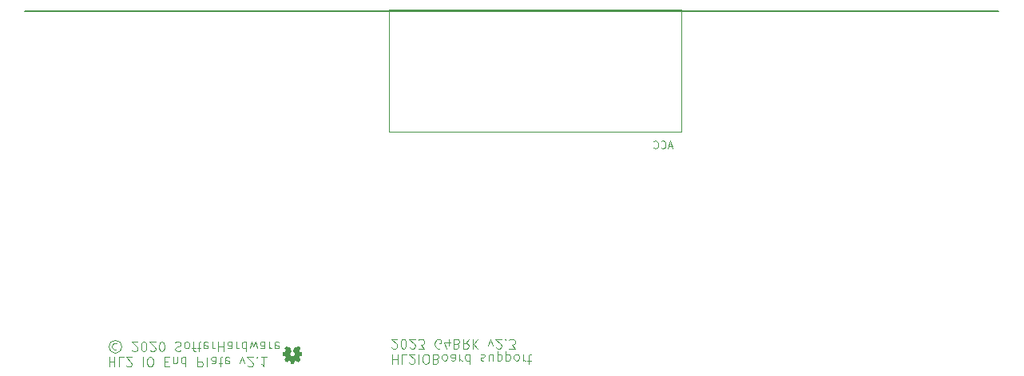
<source format=gbo>
G04 #@! TF.GenerationSoftware,KiCad,Pcbnew,6.0.2+dfsg-1*
G04 #@! TF.CreationDate,2023-08-11T11:48:17-04:00*
G04 #@! TF.ProjectId,HL2IO_endcap,484c3249-4f5f-4656-9e64-6361702e6b69,2.1*
G04 #@! TF.SameCoordinates,PX2faf080PY6422c40*
G04 #@! TF.FileFunction,Legend,Bot*
G04 #@! TF.FilePolarity,Positive*
%FSLAX46Y46*%
G04 Gerber Fmt 4.6, Leading zero omitted, Abs format (unit mm)*
G04 Created by KiCad (PCBNEW 6.0.2+dfsg-1) date 2023-08-11 11:48:17*
%MOMM*%
%LPD*%
G01*
G04 APERTURE LIST*
%ADD10C,0.150000*%
%ADD11C,0.120000*%
%ADD12C,0.100000*%
%ADD13C,0.002540*%
%ADD14C,4.900000*%
%ADD15C,9.500000*%
%ADD16C,7.000000*%
%ADD17C,1.000000*%
%ADD18C,3.050000*%
G04 APERTURE END LIST*
D10*
X1400000Y40000000D02*
X104600000Y40000000D01*
D11*
X40316095Y3647381D02*
X40316095Y2647381D01*
X40316095Y3123572D02*
X40887523Y3123572D01*
X40887523Y3647381D02*
X40887523Y2647381D01*
X41839904Y3647381D02*
X41363714Y3647381D01*
X41363714Y2647381D01*
X42125619Y2742620D02*
X42173238Y2695000D01*
X42268476Y2647381D01*
X42506571Y2647381D01*
X42601809Y2695000D01*
X42649428Y2742620D01*
X42697047Y2837858D01*
X42697047Y2933096D01*
X42649428Y3075953D01*
X42078000Y3647381D01*
X42697047Y3647381D01*
X43125619Y3647381D02*
X43125619Y2647381D01*
X43792285Y2647381D02*
X43982761Y2647381D01*
X44078000Y2695000D01*
X44173238Y2790239D01*
X44220857Y2980715D01*
X44220857Y3314048D01*
X44173238Y3504524D01*
X44078000Y3599762D01*
X43982761Y3647381D01*
X43792285Y3647381D01*
X43697047Y3599762D01*
X43601809Y3504524D01*
X43554190Y3314048D01*
X43554190Y2980715D01*
X43601809Y2790239D01*
X43697047Y2695000D01*
X43792285Y2647381D01*
X44982761Y3123572D02*
X45125619Y3171191D01*
X45173238Y3218810D01*
X45220857Y3314048D01*
X45220857Y3456905D01*
X45173238Y3552143D01*
X45125619Y3599762D01*
X45030380Y3647381D01*
X44649428Y3647381D01*
X44649428Y2647381D01*
X44982761Y2647381D01*
X45078000Y2695000D01*
X45125619Y2742620D01*
X45173238Y2837858D01*
X45173238Y2933096D01*
X45125619Y3028334D01*
X45078000Y3075953D01*
X44982761Y3123572D01*
X44649428Y3123572D01*
X45792285Y3647381D02*
X45697047Y3599762D01*
X45649428Y3552143D01*
X45601809Y3456905D01*
X45601809Y3171191D01*
X45649428Y3075953D01*
X45697047Y3028334D01*
X45792285Y2980715D01*
X45935142Y2980715D01*
X46030380Y3028334D01*
X46078000Y3075953D01*
X46125619Y3171191D01*
X46125619Y3456905D01*
X46078000Y3552143D01*
X46030380Y3599762D01*
X45935142Y3647381D01*
X45792285Y3647381D01*
X46982761Y3647381D02*
X46982761Y3123572D01*
X46935142Y3028334D01*
X46839904Y2980715D01*
X46649428Y2980715D01*
X46554190Y3028334D01*
X46982761Y3599762D02*
X46887523Y3647381D01*
X46649428Y3647381D01*
X46554190Y3599762D01*
X46506571Y3504524D01*
X46506571Y3409286D01*
X46554190Y3314048D01*
X46649428Y3266429D01*
X46887523Y3266429D01*
X46982761Y3218810D01*
X47458952Y3647381D02*
X47458952Y2980715D01*
X47458952Y3171191D02*
X47506571Y3075953D01*
X47554190Y3028334D01*
X47649428Y2980715D01*
X47744666Y2980715D01*
X48506571Y3647381D02*
X48506571Y2647381D01*
X48506571Y3599762D02*
X48411333Y3647381D01*
X48220857Y3647381D01*
X48125619Y3599762D01*
X48078000Y3552143D01*
X48030380Y3456905D01*
X48030380Y3171191D01*
X48078000Y3075953D01*
X48125619Y3028334D01*
X48220857Y2980715D01*
X48411333Y2980715D01*
X48506571Y3028334D01*
X49697047Y3599762D02*
X49792285Y3647381D01*
X49982761Y3647381D01*
X50078000Y3599762D01*
X50125619Y3504524D01*
X50125619Y3456905D01*
X50078000Y3361667D01*
X49982761Y3314048D01*
X49839904Y3314048D01*
X49744666Y3266429D01*
X49697047Y3171191D01*
X49697047Y3123572D01*
X49744666Y3028334D01*
X49839904Y2980715D01*
X49982761Y2980715D01*
X50078000Y3028334D01*
X50982761Y2980715D02*
X50982761Y3647381D01*
X50554190Y2980715D02*
X50554190Y3504524D01*
X50601809Y3599762D01*
X50697047Y3647381D01*
X50839904Y3647381D01*
X50935142Y3599762D01*
X50982761Y3552143D01*
X51458952Y2980715D02*
X51458952Y3980715D01*
X51458952Y3028334D02*
X51554190Y2980715D01*
X51744666Y2980715D01*
X51839904Y3028334D01*
X51887523Y3075953D01*
X51935142Y3171191D01*
X51935142Y3456905D01*
X51887523Y3552143D01*
X51839904Y3599762D01*
X51744666Y3647381D01*
X51554190Y3647381D01*
X51458952Y3599762D01*
X52363714Y2980715D02*
X52363714Y3980715D01*
X52363714Y3028334D02*
X52458952Y2980715D01*
X52649428Y2980715D01*
X52744666Y3028334D01*
X52792285Y3075953D01*
X52839904Y3171191D01*
X52839904Y3456905D01*
X52792285Y3552143D01*
X52744666Y3599762D01*
X52649428Y3647381D01*
X52458952Y3647381D01*
X52363714Y3599762D01*
X53411333Y3647381D02*
X53316095Y3599762D01*
X53268476Y3552143D01*
X53220857Y3456905D01*
X53220857Y3171191D01*
X53268476Y3075953D01*
X53316095Y3028334D01*
X53411333Y2980715D01*
X53554190Y2980715D01*
X53649428Y3028334D01*
X53697047Y3075953D01*
X53744666Y3171191D01*
X53744666Y3456905D01*
X53697047Y3552143D01*
X53649428Y3599762D01*
X53554190Y3647381D01*
X53411333Y3647381D01*
X54173238Y3647381D02*
X54173238Y2980715D01*
X54173238Y3171191D02*
X54220857Y3075953D01*
X54268476Y3028334D01*
X54363714Y2980715D01*
X54458952Y2980715D01*
X54649428Y2980715D02*
X55030380Y2980715D01*
X54792285Y2647381D02*
X54792285Y3504524D01*
X54839904Y3599762D01*
X54935142Y3647381D01*
X55030380Y3647381D01*
X40268476Y4352620D02*
X40316095Y4305000D01*
X40411333Y4257381D01*
X40649428Y4257381D01*
X40744666Y4305000D01*
X40792285Y4352620D01*
X40839904Y4447858D01*
X40839904Y4543096D01*
X40792285Y4685953D01*
X40220857Y5257381D01*
X40839904Y5257381D01*
X41458952Y4257381D02*
X41554190Y4257381D01*
X41649428Y4305000D01*
X41697047Y4352620D01*
X41744666Y4447858D01*
X41792285Y4638334D01*
X41792285Y4876429D01*
X41744666Y5066905D01*
X41697047Y5162143D01*
X41649428Y5209762D01*
X41554190Y5257381D01*
X41458952Y5257381D01*
X41363714Y5209762D01*
X41316095Y5162143D01*
X41268476Y5066905D01*
X41220857Y4876429D01*
X41220857Y4638334D01*
X41268476Y4447858D01*
X41316095Y4352620D01*
X41363714Y4305000D01*
X41458952Y4257381D01*
X42173238Y4352620D02*
X42220857Y4305000D01*
X42316095Y4257381D01*
X42554190Y4257381D01*
X42649428Y4305000D01*
X42697047Y4352620D01*
X42744666Y4447858D01*
X42744666Y4543096D01*
X42697047Y4685953D01*
X42125619Y5257381D01*
X42744666Y5257381D01*
X43078000Y4257381D02*
X43697047Y4257381D01*
X43363714Y4638334D01*
X43506571Y4638334D01*
X43601809Y4685953D01*
X43649428Y4733572D01*
X43697047Y4828810D01*
X43697047Y5066905D01*
X43649428Y5162143D01*
X43601809Y5209762D01*
X43506571Y5257381D01*
X43220857Y5257381D01*
X43125619Y5209762D01*
X43078000Y5162143D01*
X45411333Y4305000D02*
X45316095Y4257381D01*
X45173238Y4257381D01*
X45030380Y4305000D01*
X44935142Y4400239D01*
X44887523Y4495477D01*
X44839904Y4685953D01*
X44839904Y4828810D01*
X44887523Y5019286D01*
X44935142Y5114524D01*
X45030380Y5209762D01*
X45173238Y5257381D01*
X45268476Y5257381D01*
X45411333Y5209762D01*
X45458952Y5162143D01*
X45458952Y4828810D01*
X45268476Y4828810D01*
X46316095Y4590715D02*
X46316095Y5257381D01*
X46078000Y4209762D02*
X45839904Y4924048D01*
X46458952Y4924048D01*
X47173238Y4733572D02*
X47316095Y4781191D01*
X47363714Y4828810D01*
X47411333Y4924048D01*
X47411333Y5066905D01*
X47363714Y5162143D01*
X47316095Y5209762D01*
X47220857Y5257381D01*
X46839904Y5257381D01*
X46839904Y4257381D01*
X47173238Y4257381D01*
X47268476Y4305000D01*
X47316095Y4352620D01*
X47363714Y4447858D01*
X47363714Y4543096D01*
X47316095Y4638334D01*
X47268476Y4685953D01*
X47173238Y4733572D01*
X46839904Y4733572D01*
X48411333Y5257381D02*
X48078000Y4781191D01*
X47839904Y5257381D02*
X47839904Y4257381D01*
X48220857Y4257381D01*
X48316095Y4305000D01*
X48363714Y4352620D01*
X48411333Y4447858D01*
X48411333Y4590715D01*
X48363714Y4685953D01*
X48316095Y4733572D01*
X48220857Y4781191D01*
X47839904Y4781191D01*
X48839904Y5257381D02*
X48839904Y4257381D01*
X49411333Y5257381D02*
X48982761Y4685953D01*
X49411333Y4257381D02*
X48839904Y4828810D01*
X50506571Y4590715D02*
X50744666Y5257381D01*
X50982761Y4590715D01*
X51316095Y4352620D02*
X51363714Y4305000D01*
X51458952Y4257381D01*
X51697047Y4257381D01*
X51792285Y4305000D01*
X51839904Y4352620D01*
X51887523Y4447858D01*
X51887523Y4543096D01*
X51839904Y4685953D01*
X51268476Y5257381D01*
X51887523Y5257381D01*
X52316095Y5162143D02*
X52363714Y5209762D01*
X52316095Y5257381D01*
X52268476Y5209762D01*
X52316095Y5162143D01*
X52316095Y5257381D01*
X52697047Y4257381D02*
X53316095Y4257381D01*
X52982761Y4638334D01*
X53125619Y4638334D01*
X53220857Y4685953D01*
X53268476Y4733572D01*
X53316095Y4828810D01*
X53316095Y5066905D01*
X53268476Y5162143D01*
X53220857Y5209762D01*
X53125619Y5257381D01*
X52839904Y5257381D01*
X52744666Y5209762D01*
X52697047Y5162143D01*
X10316095Y3347381D02*
X10316095Y2347381D01*
X10316095Y2823572D02*
X10887523Y2823572D01*
X10887523Y3347381D02*
X10887523Y2347381D01*
X11839904Y3347381D02*
X11363714Y3347381D01*
X11363714Y2347381D01*
X12125619Y2442620D02*
X12173238Y2395000D01*
X12268476Y2347381D01*
X12506571Y2347381D01*
X12601809Y2395000D01*
X12649428Y2442620D01*
X12697047Y2537858D01*
X12697047Y2633096D01*
X12649428Y2775953D01*
X12078000Y3347381D01*
X12697047Y3347381D01*
X13887523Y3347381D02*
X13887523Y2347381D01*
X14554190Y2347381D02*
X14744666Y2347381D01*
X14839904Y2395000D01*
X14935142Y2490239D01*
X14982761Y2680715D01*
X14982761Y3014048D01*
X14935142Y3204524D01*
X14839904Y3299762D01*
X14744666Y3347381D01*
X14554190Y3347381D01*
X14458952Y3299762D01*
X14363714Y3204524D01*
X14316095Y3014048D01*
X14316095Y2680715D01*
X14363714Y2490239D01*
X14458952Y2395000D01*
X14554190Y2347381D01*
X16173238Y2823572D02*
X16506571Y2823572D01*
X16649428Y3347381D02*
X16173238Y3347381D01*
X16173238Y2347381D01*
X16649428Y2347381D01*
X17077999Y2680715D02*
X17077999Y3347381D01*
X17077999Y2775953D02*
X17125619Y2728334D01*
X17220857Y2680715D01*
X17363714Y2680715D01*
X17458952Y2728334D01*
X17506571Y2823572D01*
X17506571Y3347381D01*
X18411333Y3347381D02*
X18411333Y2347381D01*
X18411333Y3299762D02*
X18316095Y3347381D01*
X18125619Y3347381D01*
X18030380Y3299762D01*
X17982761Y3252143D01*
X17935142Y3156905D01*
X17935142Y2871191D01*
X17982761Y2775953D01*
X18030380Y2728334D01*
X18125619Y2680715D01*
X18316095Y2680715D01*
X18411333Y2728334D01*
X19649428Y3347381D02*
X19649428Y2347381D01*
X20030380Y2347381D01*
X20125619Y2395000D01*
X20173238Y2442620D01*
X20220857Y2537858D01*
X20220857Y2680715D01*
X20173238Y2775953D01*
X20125619Y2823572D01*
X20030380Y2871191D01*
X19649428Y2871191D01*
X20792285Y3347381D02*
X20697047Y3299762D01*
X20649428Y3204524D01*
X20649428Y2347381D01*
X21601809Y3347381D02*
X21601809Y2823572D01*
X21554190Y2728334D01*
X21458952Y2680715D01*
X21268476Y2680715D01*
X21173238Y2728334D01*
X21601809Y3299762D02*
X21506571Y3347381D01*
X21268476Y3347381D01*
X21173238Y3299762D01*
X21125619Y3204524D01*
X21125619Y3109286D01*
X21173238Y3014048D01*
X21268476Y2966429D01*
X21506571Y2966429D01*
X21601809Y2918810D01*
X21935142Y2680715D02*
X22316095Y2680715D01*
X22078000Y2347381D02*
X22078000Y3204524D01*
X22125619Y3299762D01*
X22220857Y3347381D01*
X22316095Y3347381D01*
X23030380Y3299762D02*
X22935142Y3347381D01*
X22744666Y3347381D01*
X22649428Y3299762D01*
X22601809Y3204524D01*
X22601809Y2823572D01*
X22649428Y2728334D01*
X22744666Y2680715D01*
X22935142Y2680715D01*
X23030380Y2728334D01*
X23078000Y2823572D01*
X23078000Y2918810D01*
X22601809Y3014048D01*
X24173238Y2680715D02*
X24411333Y3347381D01*
X24649428Y2680715D01*
X24982761Y2442620D02*
X25030380Y2395000D01*
X25125619Y2347381D01*
X25363714Y2347381D01*
X25458952Y2395000D01*
X25506571Y2442620D01*
X25554190Y2537858D01*
X25554190Y2633096D01*
X25506571Y2775953D01*
X24935142Y3347381D01*
X25554190Y3347381D01*
X25982761Y3252143D02*
X26030380Y3299762D01*
X25982761Y3347381D01*
X25935142Y3299762D01*
X25982761Y3252143D01*
X25982761Y3347381D01*
X26982761Y3347381D02*
X26411333Y3347381D01*
X26697047Y3347381D02*
X26697047Y2347381D01*
X26601809Y2490239D01*
X26506571Y2585477D01*
X26411333Y2633096D01*
X11125619Y4195477D02*
X11030380Y4147858D01*
X10839904Y4147858D01*
X10744666Y4195477D01*
X10649428Y4290715D01*
X10601809Y4385953D01*
X10601809Y4576429D01*
X10649428Y4671667D01*
X10744666Y4766905D01*
X10839904Y4814524D01*
X11030380Y4814524D01*
X11125619Y4766905D01*
X10935142Y3814524D02*
X10697047Y3862143D01*
X10458952Y4005000D01*
X10316095Y4243096D01*
X10268476Y4481191D01*
X10316095Y4719286D01*
X10458952Y4957381D01*
X10697047Y5100239D01*
X10935142Y5147858D01*
X11173238Y5100239D01*
X11411333Y4957381D01*
X11554190Y4719286D01*
X11601809Y4481191D01*
X11554190Y4243096D01*
X11411333Y4005000D01*
X11173238Y3862143D01*
X10935142Y3814524D01*
X12744666Y4052620D02*
X12792285Y4005000D01*
X12887523Y3957381D01*
X13125619Y3957381D01*
X13220857Y4005000D01*
X13268476Y4052620D01*
X13316095Y4147858D01*
X13316095Y4243096D01*
X13268476Y4385953D01*
X12697047Y4957381D01*
X13316095Y4957381D01*
X13935142Y3957381D02*
X14030380Y3957381D01*
X14125619Y4005000D01*
X14173238Y4052620D01*
X14220857Y4147858D01*
X14268476Y4338334D01*
X14268476Y4576429D01*
X14220857Y4766905D01*
X14173238Y4862143D01*
X14125619Y4909762D01*
X14030380Y4957381D01*
X13935142Y4957381D01*
X13839904Y4909762D01*
X13792285Y4862143D01*
X13744666Y4766905D01*
X13697047Y4576429D01*
X13697047Y4338334D01*
X13744666Y4147858D01*
X13792285Y4052620D01*
X13839904Y4005000D01*
X13935142Y3957381D01*
X14649428Y4052620D02*
X14697047Y4005000D01*
X14792285Y3957381D01*
X15030380Y3957381D01*
X15125619Y4005000D01*
X15173238Y4052620D01*
X15220857Y4147858D01*
X15220857Y4243096D01*
X15173238Y4385953D01*
X14601809Y4957381D01*
X15220857Y4957381D01*
X15839904Y3957381D02*
X15935142Y3957381D01*
X16030380Y4005000D01*
X16078000Y4052620D01*
X16125619Y4147858D01*
X16173238Y4338334D01*
X16173238Y4576429D01*
X16125619Y4766905D01*
X16078000Y4862143D01*
X16030380Y4909762D01*
X15935142Y4957381D01*
X15839904Y4957381D01*
X15744666Y4909762D01*
X15697047Y4862143D01*
X15649428Y4766905D01*
X15601809Y4576429D01*
X15601809Y4338334D01*
X15649428Y4147858D01*
X15697047Y4052620D01*
X15744666Y4005000D01*
X15839904Y3957381D01*
X17316095Y4909762D02*
X17458952Y4957381D01*
X17697047Y4957381D01*
X17792285Y4909762D01*
X17839904Y4862143D01*
X17887523Y4766905D01*
X17887523Y4671667D01*
X17839904Y4576429D01*
X17792285Y4528810D01*
X17697047Y4481191D01*
X17506571Y4433572D01*
X17411333Y4385953D01*
X17363714Y4338334D01*
X17316095Y4243096D01*
X17316095Y4147858D01*
X17363714Y4052620D01*
X17411333Y4005000D01*
X17506571Y3957381D01*
X17744666Y3957381D01*
X17887523Y4005000D01*
X18458952Y4957381D02*
X18363714Y4909762D01*
X18316095Y4862143D01*
X18268476Y4766905D01*
X18268476Y4481191D01*
X18316095Y4385953D01*
X18363714Y4338334D01*
X18458952Y4290715D01*
X18601809Y4290715D01*
X18697047Y4338334D01*
X18744666Y4385953D01*
X18792285Y4481191D01*
X18792285Y4766905D01*
X18744666Y4862143D01*
X18697047Y4909762D01*
X18601809Y4957381D01*
X18458952Y4957381D01*
X19078000Y4290715D02*
X19458952Y4290715D01*
X19220857Y4957381D02*
X19220857Y4100239D01*
X19268476Y4005000D01*
X19363714Y3957381D01*
X19458952Y3957381D01*
X19649428Y4290715D02*
X20030380Y4290715D01*
X19792285Y3957381D02*
X19792285Y4814524D01*
X19839904Y4909762D01*
X19935142Y4957381D01*
X20030380Y4957381D01*
X20744666Y4909762D02*
X20649428Y4957381D01*
X20458952Y4957381D01*
X20363714Y4909762D01*
X20316095Y4814524D01*
X20316095Y4433572D01*
X20363714Y4338334D01*
X20458952Y4290715D01*
X20649428Y4290715D01*
X20744666Y4338334D01*
X20792285Y4433572D01*
X20792285Y4528810D01*
X20316095Y4624048D01*
X21220857Y4957381D02*
X21220857Y4290715D01*
X21220857Y4481191D02*
X21268476Y4385953D01*
X21316095Y4338334D01*
X21411333Y4290715D01*
X21506571Y4290715D01*
X21839904Y4957381D02*
X21839904Y3957381D01*
X21839904Y4433572D02*
X22411333Y4433572D01*
X22411333Y4957381D02*
X22411333Y3957381D01*
X23316095Y4957381D02*
X23316095Y4433572D01*
X23268476Y4338334D01*
X23173238Y4290715D01*
X22982761Y4290715D01*
X22887523Y4338334D01*
X23316095Y4909762D02*
X23220857Y4957381D01*
X22982761Y4957381D01*
X22887523Y4909762D01*
X22839904Y4814524D01*
X22839904Y4719286D01*
X22887523Y4624048D01*
X22982761Y4576429D01*
X23220857Y4576429D01*
X23316095Y4528810D01*
X23792285Y4957381D02*
X23792285Y4290715D01*
X23792285Y4481191D02*
X23839904Y4385953D01*
X23887523Y4338334D01*
X23982761Y4290715D01*
X24078000Y4290715D01*
X24839904Y4957381D02*
X24839904Y3957381D01*
X24839904Y4909762D02*
X24744666Y4957381D01*
X24554190Y4957381D01*
X24458952Y4909762D01*
X24411333Y4862143D01*
X24363714Y4766905D01*
X24363714Y4481191D01*
X24411333Y4385953D01*
X24458952Y4338334D01*
X24554190Y4290715D01*
X24744666Y4290715D01*
X24839904Y4338334D01*
X25220857Y4290715D02*
X25411333Y4957381D01*
X25601809Y4481191D01*
X25792285Y4957381D01*
X25982761Y4290715D01*
X26792285Y4957381D02*
X26792285Y4433572D01*
X26744666Y4338334D01*
X26649428Y4290715D01*
X26458952Y4290715D01*
X26363714Y4338334D01*
X26792285Y4909762D02*
X26697047Y4957381D01*
X26458952Y4957381D01*
X26363714Y4909762D01*
X26316095Y4814524D01*
X26316095Y4719286D01*
X26363714Y4624048D01*
X26458952Y4576429D01*
X26697047Y4576429D01*
X26792285Y4528810D01*
X27268476Y4957381D02*
X27268476Y4290715D01*
X27268476Y4481191D02*
X27316095Y4385953D01*
X27363714Y4338334D01*
X27458952Y4290715D01*
X27554190Y4290715D01*
X28268476Y4909762D02*
X28173238Y4957381D01*
X27982761Y4957381D01*
X27887523Y4909762D01*
X27839904Y4814524D01*
X27839904Y4433572D01*
X27887523Y4338334D01*
X27982761Y4290715D01*
X28173238Y4290715D01*
X28268476Y4338334D01*
X28316095Y4433572D01*
X28316095Y4528810D01*
X27839904Y4624048D01*
D12*
X69990476Y25701667D02*
X69609523Y25701667D01*
X70066666Y25473096D02*
X69800000Y26273096D01*
X69533333Y25473096D01*
X68809523Y25549286D02*
X68847619Y25511191D01*
X68961904Y25473096D01*
X69038095Y25473096D01*
X69152380Y25511191D01*
X69228571Y25587381D01*
X69266666Y25663572D01*
X69304761Y25815953D01*
X69304761Y25930239D01*
X69266666Y26082620D01*
X69228571Y26158810D01*
X69152380Y26235000D01*
X69038095Y26273096D01*
X68961904Y26273096D01*
X68847619Y26235000D01*
X68809523Y26196905D01*
X68009523Y25549286D02*
X68047619Y25511191D01*
X68161904Y25473096D01*
X68238095Y25473096D01*
X68352380Y25511191D01*
X68428571Y25587381D01*
X68466666Y25663572D01*
X68504761Y25815953D01*
X68504761Y25930239D01*
X68466666Y26082620D01*
X68428571Y26158810D01*
X68352380Y26235000D01*
X68238095Y26273096D01*
X68161904Y26273096D01*
X68047619Y26235000D01*
X68009523Y26196905D01*
X71000000Y40235000D02*
X40000000Y40235000D01*
X40000000Y40235000D02*
X40000000Y27235000D01*
X40000000Y27235000D02*
X71000000Y27235000D01*
X71000000Y27235000D02*
X71000000Y40235000D01*
D13*
X30304520Y4496620D02*
X30294360Y4491540D01*
X30294360Y4491540D02*
X30271500Y4476300D01*
X30271500Y4476300D02*
X30238480Y4455980D01*
X30238480Y4455980D02*
X30197840Y4428040D01*
X30197840Y4428040D02*
X30159740Y4402640D01*
X30159740Y4402640D02*
X30126720Y4379780D01*
X30126720Y4379780D02*
X30103860Y4364540D01*
X30103860Y4364540D02*
X30093700Y4359460D01*
X30093700Y4359460D02*
X30088620Y4362000D01*
X30088620Y4362000D02*
X30070840Y4372160D01*
X30070840Y4372160D02*
X30042900Y4384860D01*
X30042900Y4384860D02*
X30027660Y4392480D01*
X30027660Y4392480D02*
X30002260Y4405180D01*
X30002260Y4405180D02*
X29989560Y4407720D01*
X29989560Y4407720D02*
X29987020Y4402640D01*
X29987020Y4402640D02*
X29976860Y4384860D01*
X29976860Y4384860D02*
X29964160Y4351840D01*
X29964160Y4351840D02*
X29943840Y4308660D01*
X29943840Y4308660D02*
X29923520Y4257860D01*
X29923520Y4257860D02*
X29900660Y4201980D01*
X29900660Y4201980D02*
X29877800Y4146100D01*
X29877800Y4146100D02*
X29854940Y4092760D01*
X29854940Y4092760D02*
X29834620Y4044500D01*
X29834620Y4044500D02*
X29819380Y4006400D01*
X29819380Y4006400D02*
X29809220Y3978460D01*
X29809220Y3978460D02*
X29804140Y3968300D01*
X29804140Y3968300D02*
X29806680Y3965760D01*
X29806680Y3965760D02*
X29819380Y3953060D01*
X29819380Y3953060D02*
X29839700Y3937820D01*
X29839700Y3937820D02*
X29887960Y3897180D01*
X29887960Y3897180D02*
X29933680Y3838760D01*
X29933680Y3838760D02*
X29964160Y3772720D01*
X29964160Y3772720D02*
X29971780Y3699060D01*
X29971780Y3699060D02*
X29964160Y3633020D01*
X29964160Y3633020D02*
X29938760Y3569520D01*
X29938760Y3569520D02*
X29893040Y3508560D01*
X29893040Y3508560D02*
X29837160Y3465380D01*
X29837160Y3465380D02*
X29771120Y3437440D01*
X29771120Y3437440D02*
X29700000Y3429820D01*
X29700000Y3429820D02*
X29631420Y3437440D01*
X29631420Y3437440D02*
X29565380Y3462840D01*
X29565380Y3462840D02*
X29504420Y3508560D01*
X29504420Y3508560D02*
X29481560Y3536500D01*
X29481560Y3536500D02*
X29446000Y3597460D01*
X29446000Y3597460D02*
X29425680Y3658420D01*
X29425680Y3658420D02*
X29425680Y3673660D01*
X29425680Y3673660D02*
X29428220Y3744780D01*
X29428220Y3744780D02*
X29448540Y3813360D01*
X29448540Y3813360D02*
X29484100Y3871780D01*
X29484100Y3871780D02*
X29537440Y3922580D01*
X29537440Y3922580D02*
X29542520Y3927660D01*
X29542520Y3927660D02*
X29567920Y3945440D01*
X29567920Y3945440D02*
X29583160Y3955600D01*
X29583160Y3955600D02*
X29595860Y3965760D01*
X29595860Y3965760D02*
X29506960Y4181660D01*
X29506960Y4181660D02*
X29491720Y4217220D01*
X29491720Y4217220D02*
X29466320Y4275640D01*
X29466320Y4275640D02*
X29446000Y4326440D01*
X29446000Y4326440D02*
X29428220Y4367080D01*
X29428220Y4367080D02*
X29415520Y4392480D01*
X29415520Y4392480D02*
X29410440Y4405180D01*
X29410440Y4405180D02*
X29402820Y4405180D01*
X29402820Y4405180D02*
X29387580Y4400100D01*
X29387580Y4400100D02*
X29357100Y4384860D01*
X29357100Y4384860D02*
X29336780Y4374700D01*
X29336780Y4374700D02*
X29313920Y4364540D01*
X29313920Y4364540D02*
X29303760Y4359460D01*
X29303760Y4359460D02*
X29293600Y4364540D01*
X29293600Y4364540D02*
X29273280Y4379780D01*
X29273280Y4379780D02*
X29240260Y4400100D01*
X29240260Y4400100D02*
X29202160Y4425500D01*
X29202160Y4425500D02*
X29166600Y4450900D01*
X29166600Y4450900D02*
X29131040Y4473760D01*
X29131040Y4473760D02*
X29108180Y4489000D01*
X29108180Y4489000D02*
X29095480Y4496620D01*
X29095480Y4496620D02*
X29092940Y4496620D01*
X29092940Y4496620D02*
X29082780Y4489000D01*
X29082780Y4489000D02*
X29062460Y4473760D01*
X29062460Y4473760D02*
X29034520Y4445820D01*
X29034520Y4445820D02*
X28993880Y4405180D01*
X28993880Y4405180D02*
X28986260Y4400100D01*
X28986260Y4400100D02*
X28953240Y4364540D01*
X28953240Y4364540D02*
X28925300Y4334060D01*
X28925300Y4334060D02*
X28904980Y4313740D01*
X28904980Y4313740D02*
X28899900Y4306120D01*
X28899900Y4306120D02*
X28904980Y4293420D01*
X28904980Y4293420D02*
X28920220Y4268020D01*
X28920220Y4268020D02*
X28943080Y4235000D01*
X28943080Y4235000D02*
X28971020Y4194360D01*
X28971020Y4194360D02*
X29042140Y4090220D01*
X29042140Y4090220D02*
X29001500Y3993700D01*
X29001500Y3993700D02*
X28991340Y3963220D01*
X28991340Y3963220D02*
X28976100Y3927660D01*
X28976100Y3927660D02*
X28963400Y3902260D01*
X28963400Y3902260D02*
X28958320Y3889560D01*
X28958320Y3889560D02*
X28948160Y3887020D01*
X28948160Y3887020D02*
X28920220Y3879400D01*
X28920220Y3879400D02*
X28882120Y3871780D01*
X28882120Y3871780D02*
X28836400Y3864160D01*
X28836400Y3864160D02*
X28790680Y3854000D01*
X28790680Y3854000D02*
X28752580Y3846380D01*
X28752580Y3846380D02*
X28722100Y3841300D01*
X28722100Y3841300D02*
X28709400Y3838760D01*
X28709400Y3838760D02*
X28706860Y3836220D01*
X28706860Y3836220D02*
X28704320Y3831140D01*
X28704320Y3831140D02*
X28701780Y3818440D01*
X28701780Y3818440D02*
X28701780Y3793040D01*
X28701780Y3793040D02*
X28701780Y3754940D01*
X28701780Y3754940D02*
X28701780Y3699060D01*
X28701780Y3699060D02*
X28701780Y3693980D01*
X28701780Y3693980D02*
X28701780Y3640640D01*
X28701780Y3640640D02*
X28701780Y3600000D01*
X28701780Y3600000D02*
X28704320Y3574600D01*
X28704320Y3574600D02*
X28706860Y3564440D01*
X28706860Y3564440D02*
X28719560Y3559360D01*
X28719560Y3559360D02*
X28747500Y3554280D01*
X28747500Y3554280D02*
X28785600Y3546660D01*
X28785600Y3546660D02*
X28833860Y3536500D01*
X28833860Y3536500D02*
X28836400Y3536500D01*
X28836400Y3536500D02*
X28884660Y3528880D01*
X28884660Y3528880D02*
X28922760Y3518720D01*
X28922760Y3518720D02*
X28950700Y3513640D01*
X28950700Y3513640D02*
X28963400Y3508560D01*
X28963400Y3508560D02*
X28965940Y3506020D01*
X28965940Y3506020D02*
X28976100Y3488240D01*
X28976100Y3488240D02*
X28988800Y3457760D01*
X28988800Y3457760D02*
X29004040Y3422200D01*
X29004040Y3422200D02*
X29019280Y3386640D01*
X29019280Y3386640D02*
X29034520Y3351080D01*
X29034520Y3351080D02*
X29042140Y3328220D01*
X29042140Y3328220D02*
X29044680Y3315520D01*
X29044680Y3315520D02*
X29037060Y3305360D01*
X29037060Y3305360D02*
X29021820Y3279960D01*
X29021820Y3279960D02*
X28998960Y3246940D01*
X28998960Y3246940D02*
X28971020Y3206300D01*
X28971020Y3206300D02*
X28968480Y3201220D01*
X28968480Y3201220D02*
X28940540Y3163120D01*
X28940540Y3163120D02*
X28920220Y3127560D01*
X28920220Y3127560D02*
X28904980Y3104700D01*
X28904980Y3104700D02*
X28899900Y3094540D01*
X28899900Y3094540D02*
X28899900Y3092000D01*
X28899900Y3092000D02*
X28907520Y3081840D01*
X28907520Y3081840D02*
X28927840Y3058980D01*
X28927840Y3058980D02*
X28958320Y3028500D01*
X28958320Y3028500D02*
X28993880Y2992940D01*
X28993880Y2992940D02*
X29004040Y2982780D01*
X29004040Y2982780D02*
X29042140Y2944680D01*
X29042140Y2944680D02*
X29070080Y2919280D01*
X29070080Y2919280D02*
X29087860Y2906580D01*
X29087860Y2906580D02*
X29095480Y2901500D01*
X29095480Y2901500D02*
X29095480Y2904040D01*
X29095480Y2904040D02*
X29108180Y2909120D01*
X29108180Y2909120D02*
X29133580Y2926900D01*
X29133580Y2926900D02*
X29166600Y2949760D01*
X29166600Y2949760D02*
X29207240Y2977700D01*
X29207240Y2977700D02*
X29209780Y2980240D01*
X29209780Y2980240D02*
X29250420Y3005640D01*
X29250420Y3005640D02*
X29283440Y3028500D01*
X29283440Y3028500D02*
X29306300Y3043740D01*
X29306300Y3043740D02*
X29316460Y3051360D01*
X29316460Y3051360D02*
X29319000Y3051360D01*
X29319000Y3051360D02*
X29334240Y3046280D01*
X29334240Y3046280D02*
X29364720Y3036120D01*
X29364720Y3036120D02*
X29397740Y3023420D01*
X29397740Y3023420D02*
X29435840Y3008180D01*
X29435840Y3008180D02*
X29468860Y2992940D01*
X29468860Y2992940D02*
X29494260Y2982780D01*
X29494260Y2982780D02*
X29506960Y2975160D01*
X29506960Y2975160D02*
X29512040Y2959920D01*
X29512040Y2959920D02*
X29517120Y2929440D01*
X29517120Y2929440D02*
X29527280Y2888800D01*
X29527280Y2888800D02*
X29534900Y2840540D01*
X29534900Y2840540D02*
X29537440Y2832920D01*
X29537440Y2832920D02*
X29545060Y2784660D01*
X29545060Y2784660D02*
X29552680Y2746560D01*
X29552680Y2746560D02*
X29560300Y2718620D01*
X29560300Y2718620D02*
X29562840Y2705920D01*
X29562840Y2705920D02*
X29567920Y2705920D01*
X29567920Y2705920D02*
X29593320Y2703380D01*
X29593320Y2703380D02*
X29628880Y2703380D01*
X29628880Y2703380D02*
X29672060Y2703380D01*
X29672060Y2703380D02*
X29715240Y2703380D01*
X29715240Y2703380D02*
X29758420Y2703380D01*
X29758420Y2703380D02*
X29796520Y2705920D01*
X29796520Y2705920D02*
X29821920Y2705920D01*
X29821920Y2705920D02*
X29834620Y2708460D01*
X29834620Y2708460D02*
X29834620Y2711000D01*
X29834620Y2711000D02*
X29839700Y2723700D01*
X29839700Y2723700D02*
X29844780Y2754180D01*
X29844780Y2754180D02*
X29854940Y2794820D01*
X29854940Y2794820D02*
X29862560Y2845620D01*
X29862560Y2845620D02*
X29865100Y2853240D01*
X29865100Y2853240D02*
X29872720Y2901500D01*
X29872720Y2901500D02*
X29882880Y2939600D01*
X29882880Y2939600D02*
X29887960Y2967540D01*
X29887960Y2967540D02*
X29890500Y2977700D01*
X29890500Y2977700D02*
X29895580Y2980240D01*
X29895580Y2980240D02*
X29913360Y2987860D01*
X29913360Y2987860D02*
X29946380Y3000560D01*
X29946380Y3000560D02*
X29987020Y3018340D01*
X29987020Y3018340D02*
X30078460Y3053900D01*
X30078460Y3053900D02*
X30190220Y2977700D01*
X30190220Y2977700D02*
X30200380Y2970080D01*
X30200380Y2970080D02*
X30241020Y2942140D01*
X30241020Y2942140D02*
X30274040Y2921820D01*
X30274040Y2921820D02*
X30296900Y2906580D01*
X30296900Y2906580D02*
X30307060Y2901500D01*
X30307060Y2901500D02*
X30317220Y2911660D01*
X30317220Y2911660D02*
X30340080Y2931980D01*
X30340080Y2931980D02*
X30370560Y2962460D01*
X30370560Y2962460D02*
X30406120Y2995480D01*
X30406120Y2995480D02*
X30431520Y3023420D01*
X30431520Y3023420D02*
X30462000Y3053900D01*
X30462000Y3053900D02*
X30482320Y3074220D01*
X30482320Y3074220D02*
X30492480Y3089460D01*
X30492480Y3089460D02*
X30497560Y3097080D01*
X30497560Y3097080D02*
X30495020Y3102160D01*
X30495020Y3102160D02*
X30489940Y3114860D01*
X30489940Y3114860D02*
X30472160Y3137720D01*
X30472160Y3137720D02*
X30449300Y3173280D01*
X30449300Y3173280D02*
X30421360Y3211380D01*
X30421360Y3211380D02*
X30398500Y3246940D01*
X30398500Y3246940D02*
X30375640Y3282500D01*
X30375640Y3282500D02*
X30360400Y3310440D01*
X30360400Y3310440D02*
X30352780Y3323140D01*
X30352780Y3323140D02*
X30355320Y3328220D01*
X30355320Y3328220D02*
X30362940Y3351080D01*
X30362940Y3351080D02*
X30375640Y3384100D01*
X30375640Y3384100D02*
X30393420Y3424740D01*
X30393420Y3424740D02*
X30431520Y3513640D01*
X30431520Y3513640D02*
X30489940Y3523800D01*
X30489940Y3523800D02*
X30525500Y3531420D01*
X30525500Y3531420D02*
X30576300Y3539040D01*
X30576300Y3539040D02*
X30622020Y3549200D01*
X30622020Y3549200D02*
X30695680Y3564440D01*
X30695680Y3564440D02*
X30698220Y3831140D01*
X30698220Y3831140D02*
X30688060Y3836220D01*
X30688060Y3836220D02*
X30675360Y3841300D01*
X30675360Y3841300D02*
X30649960Y3846380D01*
X30649960Y3846380D02*
X30609320Y3854000D01*
X30609320Y3854000D02*
X30563600Y3861620D01*
X30563600Y3861620D02*
X30525500Y3869240D01*
X30525500Y3869240D02*
X30484860Y3876860D01*
X30484860Y3876860D02*
X30456920Y3881940D01*
X30456920Y3881940D02*
X30444220Y3884480D01*
X30444220Y3884480D02*
X30441680Y3889560D01*
X30441680Y3889560D02*
X30431520Y3909880D01*
X30431520Y3909880D02*
X30416280Y3940360D01*
X30416280Y3940360D02*
X30401040Y3975920D01*
X30401040Y3975920D02*
X30385800Y4014020D01*
X30385800Y4014020D02*
X30373100Y4049580D01*
X30373100Y4049580D02*
X30362940Y4074980D01*
X30362940Y4074980D02*
X30357860Y4090220D01*
X30357860Y4090220D02*
X30362940Y4100380D01*
X30362940Y4100380D02*
X30378180Y4123240D01*
X30378180Y4123240D02*
X30401040Y4156260D01*
X30401040Y4156260D02*
X30426440Y4194360D01*
X30426440Y4194360D02*
X30454380Y4235000D01*
X30454380Y4235000D02*
X30477240Y4268020D01*
X30477240Y4268020D02*
X30492480Y4293420D01*
X30492480Y4293420D02*
X30500100Y4303580D01*
X30500100Y4303580D02*
X30495020Y4311200D01*
X30495020Y4311200D02*
X30479780Y4328980D01*
X30479780Y4328980D02*
X30451840Y4359460D01*
X30451840Y4359460D02*
X30406120Y4405180D01*
X30406120Y4405180D02*
X30398500Y4410260D01*
X30398500Y4410260D02*
X30365480Y4445820D01*
X30365480Y4445820D02*
X30335000Y4471220D01*
X30335000Y4471220D02*
X30314680Y4491540D01*
X30314680Y4491540D02*
X30304520Y4496620D01*
X30304520Y4496620D02*
X30304520Y4496620D01*
G36*
X29108180Y4489000D02*
G01*
X29131040Y4473760D01*
X29166600Y4450900D01*
X29202160Y4425500D01*
X29240260Y4400100D01*
X29273280Y4379780D01*
X29293600Y4364540D01*
X29303760Y4359460D01*
X29313920Y4364540D01*
X29336780Y4374700D01*
X29387580Y4400100D01*
X29402820Y4405180D01*
X29410440Y4405180D01*
X29415520Y4392480D01*
X29428220Y4367080D01*
X29446000Y4326440D01*
X29466320Y4275640D01*
X29491720Y4217220D01*
X29506960Y4181660D01*
X29595860Y3965760D01*
X29583160Y3955600D01*
X29567920Y3945440D01*
X29542520Y3927660D01*
X29537440Y3922580D01*
X29484100Y3871780D01*
X29448540Y3813360D01*
X29428220Y3744780D01*
X29425680Y3673660D01*
X29425680Y3658420D01*
X29446000Y3597460D01*
X29481560Y3536500D01*
X29504420Y3508560D01*
X29565380Y3462840D01*
X29631420Y3437440D01*
X29700000Y3429820D01*
X29771120Y3437440D01*
X29837160Y3465380D01*
X29893040Y3508560D01*
X29938760Y3569520D01*
X29964160Y3633020D01*
X29971780Y3699060D01*
X29964160Y3772720D01*
X29933680Y3838760D01*
X29887960Y3897180D01*
X29839700Y3937820D01*
X29819380Y3953060D01*
X29804140Y3968300D01*
X29809220Y3978460D01*
X29819380Y4006400D01*
X29834620Y4044500D01*
X29854940Y4092760D01*
X29877800Y4146100D01*
X29923520Y4257860D01*
X29943840Y4308660D01*
X29964160Y4351840D01*
X29976860Y4384860D01*
X29987020Y4402640D01*
X29989560Y4407720D01*
X30002260Y4405180D01*
X30042900Y4384860D01*
X30070840Y4372160D01*
X30088620Y4362000D01*
X30093700Y4359460D01*
X30103860Y4364540D01*
X30126720Y4379780D01*
X30159740Y4402640D01*
X30197840Y4428040D01*
X30238480Y4455980D01*
X30271500Y4476300D01*
X30294360Y4491540D01*
X30304520Y4496620D01*
X30314680Y4491540D01*
X30335000Y4471220D01*
X30365480Y4445820D01*
X30398500Y4410260D01*
X30406120Y4405180D01*
X30451840Y4359460D01*
X30479780Y4328980D01*
X30495020Y4311200D01*
X30500100Y4303580D01*
X30492480Y4293420D01*
X30477240Y4268020D01*
X30454380Y4235000D01*
X30426440Y4194360D01*
X30401040Y4156260D01*
X30378180Y4123240D01*
X30362940Y4100380D01*
X30357860Y4090220D01*
X30362940Y4074980D01*
X30373100Y4049580D01*
X30385800Y4014020D01*
X30401040Y3975920D01*
X30416280Y3940360D01*
X30444220Y3884480D01*
X30456920Y3881940D01*
X30484860Y3876860D01*
X30525500Y3869240D01*
X30563600Y3861620D01*
X30609320Y3854000D01*
X30649960Y3846380D01*
X30675360Y3841300D01*
X30688060Y3836220D01*
X30698220Y3831140D01*
X30695680Y3564440D01*
X30622020Y3549200D01*
X30576300Y3539040D01*
X30525500Y3531420D01*
X30489940Y3523800D01*
X30431520Y3513640D01*
X30393420Y3424740D01*
X30375640Y3384100D01*
X30362940Y3351080D01*
X30355320Y3328220D01*
X30352780Y3323140D01*
X30360400Y3310440D01*
X30375640Y3282500D01*
X30421360Y3211380D01*
X30449300Y3173280D01*
X30472160Y3137720D01*
X30489940Y3114860D01*
X30495020Y3102160D01*
X30497560Y3097080D01*
X30482320Y3074220D01*
X30431520Y3023420D01*
X30406120Y2995480D01*
X30370560Y2962460D01*
X30340080Y2931980D01*
X30317220Y2911660D01*
X30307060Y2901500D01*
X30296900Y2906580D01*
X30274040Y2921820D01*
X30241020Y2942140D01*
X30200380Y2970080D01*
X30190220Y2977700D01*
X30078460Y3053900D01*
X29987020Y3018340D01*
X29946380Y3000560D01*
X29913360Y2987860D01*
X29895580Y2980240D01*
X29890500Y2977700D01*
X29887960Y2967540D01*
X29882880Y2939600D01*
X29872720Y2901500D01*
X29865100Y2853240D01*
X29862560Y2845620D01*
X29854940Y2794820D01*
X29844780Y2754180D01*
X29839700Y2723700D01*
X29834620Y2711000D01*
X29834620Y2708460D01*
X29821920Y2705920D01*
X29796520Y2705920D01*
X29758420Y2703380D01*
X29593320Y2703380D01*
X29567920Y2705920D01*
X29562840Y2705920D01*
X29560300Y2718620D01*
X29552680Y2746560D01*
X29545060Y2784660D01*
X29537440Y2832920D01*
X29534900Y2840540D01*
X29527280Y2888800D01*
X29517120Y2929440D01*
X29512040Y2959920D01*
X29506960Y2975160D01*
X29494260Y2982780D01*
X29468860Y2992940D01*
X29435840Y3008180D01*
X29397740Y3023420D01*
X29364720Y3036120D01*
X29319000Y3051360D01*
X29316460Y3051360D01*
X29306300Y3043740D01*
X29283440Y3028500D01*
X29250420Y3005640D01*
X29209780Y2980240D01*
X29207240Y2977700D01*
X29166600Y2949760D01*
X29133580Y2926900D01*
X29108180Y2909120D01*
X29095480Y2904040D01*
X29095480Y2901500D01*
X29087860Y2906580D01*
X29070080Y2919280D01*
X29042140Y2944680D01*
X28927840Y3058980D01*
X28907520Y3081840D01*
X28899900Y3092000D01*
X28899900Y3094540D01*
X28904980Y3104700D01*
X28920220Y3127560D01*
X28940540Y3163120D01*
X28968480Y3201220D01*
X28971020Y3206300D01*
X28998960Y3246940D01*
X29021820Y3279960D01*
X29037060Y3305360D01*
X29044680Y3315520D01*
X29042140Y3328220D01*
X29034520Y3351080D01*
X28988800Y3457760D01*
X28976100Y3488240D01*
X28965940Y3506020D01*
X28963400Y3508560D01*
X28950700Y3513640D01*
X28922760Y3518720D01*
X28884660Y3528880D01*
X28836400Y3536500D01*
X28833860Y3536500D01*
X28785600Y3546660D01*
X28747500Y3554280D01*
X28719560Y3559360D01*
X28706860Y3564440D01*
X28704320Y3574600D01*
X28701780Y3600000D01*
X28701780Y3818440D01*
X28704320Y3831140D01*
X28706860Y3836220D01*
X28709400Y3838760D01*
X28722100Y3841300D01*
X28752580Y3846380D01*
X28790680Y3854000D01*
X28836400Y3864160D01*
X28882120Y3871780D01*
X28920220Y3879400D01*
X28948160Y3887020D01*
X28958320Y3889560D01*
X28963400Y3902260D01*
X28976100Y3927660D01*
X28991340Y3963220D01*
X29001500Y3993700D01*
X29042140Y4090220D01*
X28971020Y4194360D01*
X28943080Y4235000D01*
X28920220Y4268020D01*
X28904980Y4293420D01*
X28899900Y4306120D01*
X28904980Y4313740D01*
X28925300Y4334060D01*
X28953240Y4364540D01*
X28986260Y4400100D01*
X28993880Y4405180D01*
X29062460Y4473760D01*
X29092940Y4496620D01*
X29095480Y4496620D01*
X29108180Y4489000D01*
G37*
X29108180Y4489000D02*
X29131040Y4473760D01*
X29166600Y4450900D01*
X29202160Y4425500D01*
X29240260Y4400100D01*
X29273280Y4379780D01*
X29293600Y4364540D01*
X29303760Y4359460D01*
X29313920Y4364540D01*
X29336780Y4374700D01*
X29387580Y4400100D01*
X29402820Y4405180D01*
X29410440Y4405180D01*
X29415520Y4392480D01*
X29428220Y4367080D01*
X29446000Y4326440D01*
X29466320Y4275640D01*
X29491720Y4217220D01*
X29506960Y4181660D01*
X29595860Y3965760D01*
X29583160Y3955600D01*
X29567920Y3945440D01*
X29542520Y3927660D01*
X29537440Y3922580D01*
X29484100Y3871780D01*
X29448540Y3813360D01*
X29428220Y3744780D01*
X29425680Y3673660D01*
X29425680Y3658420D01*
X29446000Y3597460D01*
X29481560Y3536500D01*
X29504420Y3508560D01*
X29565380Y3462840D01*
X29631420Y3437440D01*
X29700000Y3429820D01*
X29771120Y3437440D01*
X29837160Y3465380D01*
X29893040Y3508560D01*
X29938760Y3569520D01*
X29964160Y3633020D01*
X29971780Y3699060D01*
X29964160Y3772720D01*
X29933680Y3838760D01*
X29887960Y3897180D01*
X29839700Y3937820D01*
X29819380Y3953060D01*
X29804140Y3968300D01*
X29809220Y3978460D01*
X29819380Y4006400D01*
X29834620Y4044500D01*
X29854940Y4092760D01*
X29877800Y4146100D01*
X29923520Y4257860D01*
X29943840Y4308660D01*
X29964160Y4351840D01*
X29976860Y4384860D01*
X29987020Y4402640D01*
X29989560Y4407720D01*
X30002260Y4405180D01*
X30042900Y4384860D01*
X30070840Y4372160D01*
X30088620Y4362000D01*
X30093700Y4359460D01*
X30103860Y4364540D01*
X30126720Y4379780D01*
X30159740Y4402640D01*
X30197840Y4428040D01*
X30238480Y4455980D01*
X30271500Y4476300D01*
X30294360Y4491540D01*
X30304520Y4496620D01*
X30314680Y4491540D01*
X30335000Y4471220D01*
X30365480Y4445820D01*
X30398500Y4410260D01*
X30406120Y4405180D01*
X30451840Y4359460D01*
X30479780Y4328980D01*
X30495020Y4311200D01*
X30500100Y4303580D01*
X30492480Y4293420D01*
X30477240Y4268020D01*
X30454380Y4235000D01*
X30426440Y4194360D01*
X30401040Y4156260D01*
X30378180Y4123240D01*
X30362940Y4100380D01*
X30357860Y4090220D01*
X30362940Y4074980D01*
X30373100Y4049580D01*
X30385800Y4014020D01*
X30401040Y3975920D01*
X30416280Y3940360D01*
X30444220Y3884480D01*
X30456920Y3881940D01*
X30484860Y3876860D01*
X30525500Y3869240D01*
X30563600Y3861620D01*
X30609320Y3854000D01*
X30649960Y3846380D01*
X30675360Y3841300D01*
X30688060Y3836220D01*
X30698220Y3831140D01*
X30695680Y3564440D01*
X30622020Y3549200D01*
X30576300Y3539040D01*
X30525500Y3531420D01*
X30489940Y3523800D01*
X30431520Y3513640D01*
X30393420Y3424740D01*
X30375640Y3384100D01*
X30362940Y3351080D01*
X30355320Y3328220D01*
X30352780Y3323140D01*
X30360400Y3310440D01*
X30375640Y3282500D01*
X30421360Y3211380D01*
X30449300Y3173280D01*
X30472160Y3137720D01*
X30489940Y3114860D01*
X30495020Y3102160D01*
X30497560Y3097080D01*
X30482320Y3074220D01*
X30431520Y3023420D01*
X30406120Y2995480D01*
X30370560Y2962460D01*
X30340080Y2931980D01*
X30317220Y2911660D01*
X30307060Y2901500D01*
X30296900Y2906580D01*
X30274040Y2921820D01*
X30241020Y2942140D01*
X30200380Y2970080D01*
X30190220Y2977700D01*
X30078460Y3053900D01*
X29987020Y3018340D01*
X29946380Y3000560D01*
X29913360Y2987860D01*
X29895580Y2980240D01*
X29890500Y2977700D01*
X29887960Y2967540D01*
X29882880Y2939600D01*
X29872720Y2901500D01*
X29865100Y2853240D01*
X29862560Y2845620D01*
X29854940Y2794820D01*
X29844780Y2754180D01*
X29839700Y2723700D01*
X29834620Y2711000D01*
X29834620Y2708460D01*
X29821920Y2705920D01*
X29796520Y2705920D01*
X29758420Y2703380D01*
X29593320Y2703380D01*
X29567920Y2705920D01*
X29562840Y2705920D01*
X29560300Y2718620D01*
X29552680Y2746560D01*
X29545060Y2784660D01*
X29537440Y2832920D01*
X29534900Y2840540D01*
X29527280Y2888800D01*
X29517120Y2929440D01*
X29512040Y2959920D01*
X29506960Y2975160D01*
X29494260Y2982780D01*
X29468860Y2992940D01*
X29435840Y3008180D01*
X29397740Y3023420D01*
X29364720Y3036120D01*
X29319000Y3051360D01*
X29316460Y3051360D01*
X29306300Y3043740D01*
X29283440Y3028500D01*
X29250420Y3005640D01*
X29209780Y2980240D01*
X29207240Y2977700D01*
X29166600Y2949760D01*
X29133580Y2926900D01*
X29108180Y2909120D01*
X29095480Y2904040D01*
X29095480Y2901500D01*
X29087860Y2906580D01*
X29070080Y2919280D01*
X29042140Y2944680D01*
X28927840Y3058980D01*
X28907520Y3081840D01*
X28899900Y3092000D01*
X28899900Y3094540D01*
X28904980Y3104700D01*
X28920220Y3127560D01*
X28940540Y3163120D01*
X28968480Y3201220D01*
X28971020Y3206300D01*
X28998960Y3246940D01*
X29021820Y3279960D01*
X29037060Y3305360D01*
X29044680Y3315520D01*
X29042140Y3328220D01*
X29034520Y3351080D01*
X28988800Y3457760D01*
X28976100Y3488240D01*
X28965940Y3506020D01*
X28963400Y3508560D01*
X28950700Y3513640D01*
X28922760Y3518720D01*
X28884660Y3528880D01*
X28836400Y3536500D01*
X28833860Y3536500D01*
X28785600Y3546660D01*
X28747500Y3554280D01*
X28719560Y3559360D01*
X28706860Y3564440D01*
X28704320Y3574600D01*
X28701780Y3600000D01*
X28701780Y3818440D01*
X28704320Y3831140D01*
X28706860Y3836220D01*
X28709400Y3838760D01*
X28722100Y3841300D01*
X28752580Y3846380D01*
X28790680Y3854000D01*
X28836400Y3864160D01*
X28882120Y3871780D01*
X28920220Y3879400D01*
X28948160Y3887020D01*
X28958320Y3889560D01*
X28963400Y3902260D01*
X28976100Y3927660D01*
X28991340Y3963220D01*
X29001500Y3993700D01*
X29042140Y4090220D01*
X28971020Y4194360D01*
X28943080Y4235000D01*
X28920220Y4268020D01*
X28904980Y4293420D01*
X28899900Y4306120D01*
X28904980Y4313740D01*
X28925300Y4334060D01*
X28953240Y4364540D01*
X28986260Y4400100D01*
X28993880Y4405180D01*
X29062460Y4473760D01*
X29092940Y4496620D01*
X29095480Y4496620D01*
X29108180Y4489000D01*
%LPC*%
D14*
X101125000Y3750000D03*
X4875000Y3750000D03*
X4875000Y51250000D03*
X101125000Y51250000D03*
D15*
X15000000Y14100000D03*
D16*
X35000000Y8235000D03*
X67000000Y8235000D03*
D17*
X102000000Y36000000D03*
D16*
X90500000Y17800000D03*
X31300000Y25735000D03*
X17300000Y25735000D03*
D17*
X4000000Y36000000D03*
D18*
X68000000Y33735000D03*
X43000000Y33735000D03*
M02*

</source>
